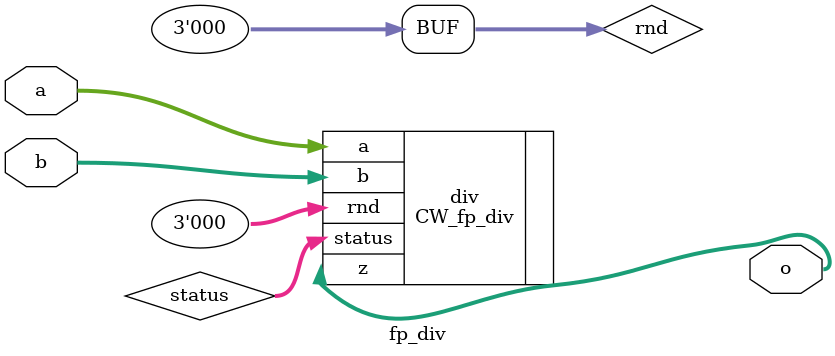
<source format=v>
module fp_div (
    input [15:0] a,
    input [15:0] b,
    output [15:0] o
);

wire [2:0] rnd = 3'b0;
wire [7:0] status;

CW_fp_div #(
    .sig_width(7),
    .exp_width(8),
    .ieee_compliance(1'b1)
) div (
    .a(a),
    .b(b),
    .rnd(rnd),
    .z(o),
    .status(status)
);

endmodule

</source>
